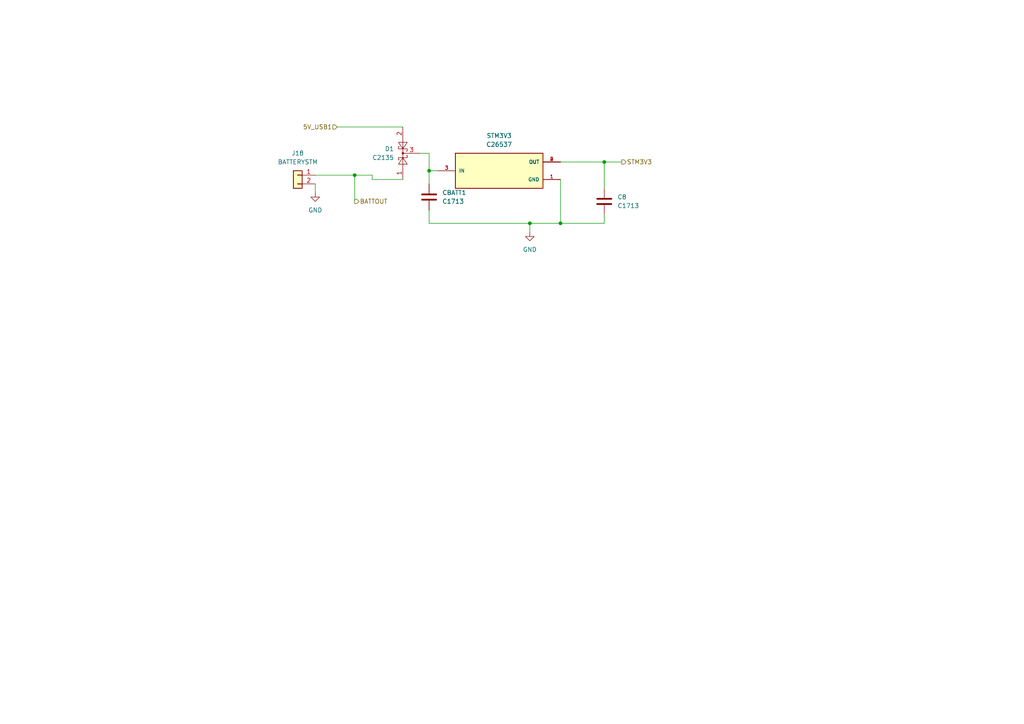
<source format=kicad_sch>
(kicad_sch (version 20250114) (generator "eeschema") (generator_version "9.0")
  (paper "A4")
  (title_block (title "STM Board") (date "2025-10-18") (rev "3") (company "Team 0-06"))
  (lib_symbols
    (symbol "Connector_Generic:Conn_01x02" (pin_names (offset 1.016) (hide yes))
      (property "Reference" "J" (at 0 2.54 0))
      (property "Value" "Conn_01x02" (at 0 -5.08 0))
      (symbol "Conn_01x02_1_1"
        (rectangle (start -1.27 1.27) (end 1.27 -3.81) (stroke (width 0.254)) (fill (type background)))
        (rectangle (start -1.27 0.127) (end 0 -0.127) (stroke (width 0.1524)))
        (rectangle (start -1.27 -2.413) (end 0 -2.667) (stroke (width 0.1524)))
        (pin passive line (at -5.08 0 0) (length 3.81) (name "Pin_1") (number "1"))
        (pin passive line (at -5.08 -2.54 0) (length 3.81) (name "Pin_2") (number "2"))
      )
    )
    (symbol "Customs:NCP1117ST33T3G" (pin_names (offset 1.016))
      (property "Reference" "U" (at -9.906 5.588 0))
      (property "Value" "NCP1117ST33T3G" (at -12.7115 -7.6269 0))
      (symbol "NCP1117ST33T3G_0_0"
        (rectangle (start -12.7 5.08) (end 12.7 -5.08) (stroke (width 0.254)) (fill (type background)))
        (pin input line (at -17.78 0 0) (length 5.08) (name "IN") (number "3"))
        (pin output line (at 17.78 2.54 180) (length 5.08) (name "OUT") (number "2"))
        (pin output line (at 17.78 2.54 180) (length 5.08) (name "OUT") (number "4"))
        (pin power_in line (at 17.78 -2.54 180) (length 5.08) (name "GND") (number "1"))
      )
    )
    (symbol "Device:C" (pin_numbers (hide yes)) (pin_names (offset 0.254))
      (property "Reference" "C" (at 0.635 2.54 0))
      (property "Value" "C" (at 0.635 -2.54 0))
      (symbol "C_0_1"
        (polyline (pts (xy -2.032 0.762) (xy 2.032 0.762)) (stroke (width 0.508)))
        (polyline (pts (xy -2.032 -0.762) (xy 2.032 -0.762)) (stroke (width 0.508)))
      )
      (symbol "C_1_1"
        (pin passive line (at 0 3.81 270) (length 2.794) (name "~") (number "1"))
        (pin passive line (at 0 -3.81 90) (length 2.794) (name "~") (number "2"))
      )
    )
    (symbol "Diode:BAT54C" (pin_names (offset 1.016))
      (property "Reference" "D" (at 0.635 -3.81 0))
      (property "Value" "BAT54C" (at -6.35 3.175 0))
      (symbol "BAT54C_0_1"
        (polyline (pts (xy -3.175 -1.27) (xy -3.175 1.27) (xy -1.27 0) (xy -3.175 -1.27)))
        (polyline (pts (xy -1.905 1.27) (xy -1.905 1.016)))
        (polyline (pts (xy -1.905 0) (xy 1.905 0)))
        (polyline (pts (xy -1.27 1.27) (xy -1.905 1.27)))
        (polyline (pts (xy -1.27 1.27) (xy -1.27 -1.27)))
        (polyline (pts (xy -1.27 0) (xy -3.81 0)))
        (polyline (pts (xy -1.27 -1.27) (xy -0.635 -1.27)))
        (polyline (pts (xy -0.635 -1.27) (xy -0.635 -1.016)))
        (circle (center 0 0) (radius 0.254) (fill (type outline)))
        (polyline (pts (xy 0.635 -1.27) (xy 0.635 -1.016)))
        (polyline (pts (xy 1.27 1.27) (xy 1.27 -1.27)))
        (polyline (pts (xy 1.27 1.27) (xy 1.905 1.27)))
        (polyline (pts (xy 1.27 -1.27) (xy 0.635 -1.27)))
        (polyline (pts (xy 1.905 1.27) (xy 1.905 1.016)))
        (polyline (pts (xy 3.175 -1.27) (xy 3.175 1.27) (xy 1.27 0) (xy 3.175 -1.27)))
        (polyline (pts (xy 3.81 0) (xy 1.27 0)))
      )
      (symbol "BAT54C_1_1"
        (pin passive line (at -7.62 0 0) (length 3.81) (name "~") (number "1"))
        (pin passive line (at 0 -5.08 90) (length 5.08) (name "~") (number "3"))
        (pin passive line (at 7.62 0 180) (length 3.81) (name "~") (number "2"))
      )
    )
    (symbol "power:GND" (power) (pin_numbers (hide yes)) (pin_names (offset 0) (hide yes))
      (property "Value" "GND" (at 0 -3.81 0))
      (symbol "GND_0_1"
        (polyline (pts (xy 0 0) (xy 0 -1.27) (xy 1.27 -1.27) (xy 0 -2.54) (xy -1.27 -1.27) (xy 0 -1.27)))
      )
      (symbol "GND_1_1"
        (pin power_in line (at 0 0 270) (length 0) (name "~") (number "1"))
      )
    )
  )
  (junction (at 175.26 46.99))
  (junction (at 124.46 49.53))
  (junction (at 153.67 64.77))
  (junction (at 162.56 64.77))
  (junction (at 102.87 50.8))
  (wire (pts (xy 153.67 64.77) (xy 162.56 64.77)))
  (wire (pts (xy 107.95 50.8) (xy 107.95 52.07)))
  (wire (pts (xy 124.46 44.45) (xy 124.46 49.53)))
  (wire (pts (xy 162.56 46.99) (xy 175.26 46.99)))
  (wire (pts (xy 97.79 36.83) (xy 116.84 36.83)))
  (wire (pts (xy 124.46 64.77) (xy 153.67 64.77)))
  (wire (pts (xy 153.67 64.77) (xy 153.67 67.31)))
  (wire (pts (xy 162.56 52.07) (xy 162.56 64.77)))
  (wire (pts (xy 175.26 46.99) (xy 175.26 54.61)))
  (wire (pts (xy 107.95 52.07) (xy 116.84 52.07)))
  (wire (pts (xy 124.46 53.34) (xy 124.46 49.53)))
  (wire (pts (xy 124.46 60.96) (xy 124.46 64.77)))
  (wire (pts (xy 121.92 44.45) (xy 124.46 44.45)))
  (wire (pts (xy 91.44 50.8) (xy 102.87 50.8)))
  (wire (pts (xy 124.46 49.53) (xy 127 49.53)))
  (wire (pts (xy 102.87 50.8) (xy 102.87 58.42)))
  (wire (pts (xy 175.26 46.99) (xy 180.34 46.99)))
  (wire (pts (xy 175.26 62.23) (xy 175.26 64.77)))
  (wire (pts (xy 102.87 50.8) (xy 107.95 50.8)))
  (wire (pts (xy 175.26 64.77) (xy 162.56 64.77)))
  (wire (pts (xy 91.44 53.34) (xy 91.44 55.88)))
  (hierarchical_label "STM3V3" (shape output) (at 180.34 46.99 0))
  (hierarchical_label "BATTOUT" (shape output) (at 102.87 58.42 0))
  (hierarchical_label "5V_USB1" (shape input) (at 97.79 36.83 180))
  (symbol (lib_id "Customs:NCP1117ST33T3G") (at 144.78 49.53 0) (unit 1)
    (property "Reference" "STM3V3" (at 144.78 39.37 0))
    (property "Value" "C26537" (at 144.78 41.91 0))
    (property "Footprint" "Customs:SOT230P700X180-4N" (effects (hide yes)))
    (property "DigiKey_Part_Number" "NCP1117ST33T3GOSCT-ND" (effects (hide yes)))
    (property "SnapEDA_Link" "https://www.snapeda.com/parts/NCP1117ST33T3G/Onsemi/view-part/?ref=snap" (effects (hide yes)))
    (property "Description_1" "Linear Voltage Regulator IC Positive Fixed 1 Output 1A SOT-223" (effects (hide yes)))
    (property "Package" "SOT-223-4 ON Semiconductor" (effects (hide yes)))
    (property "Check_prices" "https://www.snapeda.com/parts/NCP1117ST33T3G/Onsemi/view-part/?ref=eda" (effects (hide yes)))
    (property "MF" "onsemi" (effects (hide yes)))
    (property "MP" "NCP1117ST33T3G" (effects (hide yes)))
    (property "MANUFACTURER" "ON Semiconductor" (effects (hide yes)))
  )
  (symbol (lib_id "power:GND") (at 91.44 55.88 0) (mirror y) (unit 1)
    (property "Reference" "#PWR036" (effects (hide yes)))
    (property "Value" "GND" (at 91.44 60.96 0))
    (property "Description" "Power symbol creates a global label with name \"GND\" , ground" (effects (hide yes)))
  )
  (symbol (lib_id "Device:C") (at 124.46 57.15 0) (unit 1)
    (property "Reference" "CBATT1" (at 128.27 55.8799 0) (effects (justify left)))
    (property "Value" "C1713" (at 128.27 58.4199 0) (effects (justify left)))
    (property "Footprint" "Capacitor_SMD:C_0805_2012Metric" (effects (hide yes)))
    (property "Description" "Unpolarized capacitor" (effects (hide yes)))
  )
  (symbol (lib_id "Connector_Generic:Conn_01x02") (at 86.36 50.8 0) (mirror y) (unit 1) (in_bom no)
    (property "Reference" "J18" (at 86.36 44.45 0))
    (property "Value" "BATTERYSTM" (at 86.36 46.99 0))
    (property "Footprint" "Customs:2_SolderPad_2mm" (effects (hide yes)))
    (property "Description" "Generic connector, single row, 01x02, script generated (kicad-library-utils/schlib/autogen/connector/)" (effects (hide yes)))
  )
  (symbol (lib_id "Device:C") (at 175.26 58.42 0) (unit 1)
    (property "Reference" "C8" (at 179.07 57.1499 0) (effects (justify left)))
    (property "Value" "C1713" (at 179.07 59.6899 0) (effects (justify left)))
    (property "Footprint" "Capacitor_SMD:C_0805_2012Metric" (effects (hide yes)))
    (property "Description" "Unpolarized capacitor" (effects (hide yes)))
  )
  (symbol (lib_id "Diode:BAT54C") (at 116.84 44.45 90) (unit 1)
    (property "Reference" "D1" (at 114.3 43.1799 90) (effects (justify left)))
    (property "Value" "C2135" (at 114.3 45.7199 90) (effects (justify left)))
    (property "Footprint" "Package_TO_SOT_SMD:SOT-23" (effects (hide yes)))
    (property "Datasheet" "http://www.diodes.com/_files/datasheets/ds11005.pdf" (effects (hide yes)))
    (property "Description" "dual schottky barrier diode, common cathode" (effects (hide yes)))
  )
  (symbol (lib_id "power:GND") (at 153.67 67.31 0) (unit 1)
    (property "Reference" "#PWR08" (effects (hide yes)))
    (property "Value" "GND" (at 153.67 72.39 0))
    (property "Description" "Power symbol creates a global label with name \"GND\" , ground" (effects (hide yes)))
  )
)
</source>
